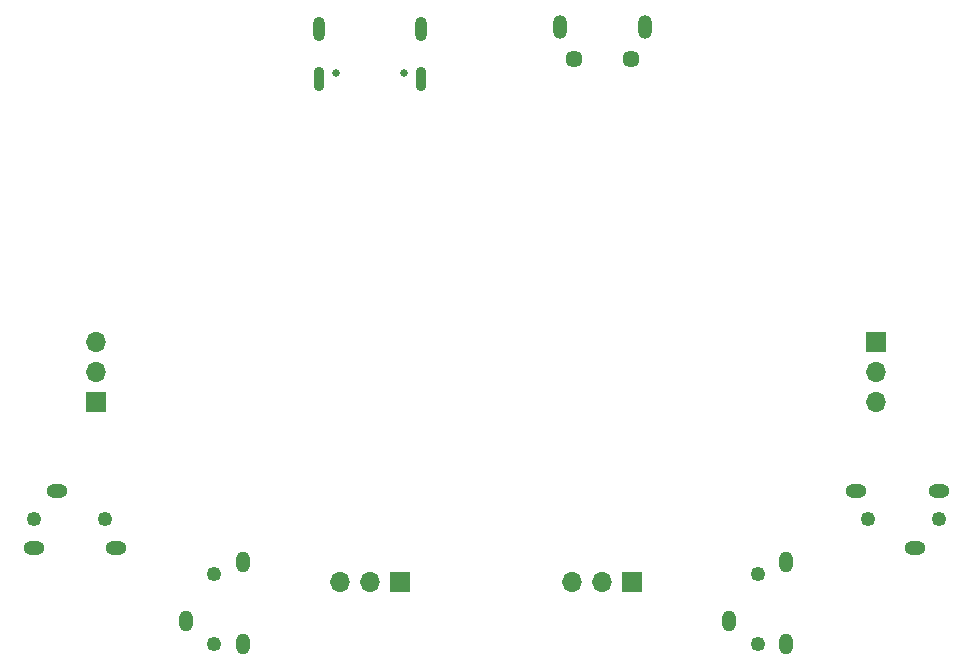
<source format=gbs>
G04 #@! TF.GenerationSoftware,KiCad,Pcbnew,6.0.4-6f826c9f35~116~ubuntu20.04.1*
G04 #@! TF.CreationDate,2022-05-15T08:48:41-07:00*
G04 #@! TF.ProjectId,ft4232h-breakout,66743432-3332-4682-9d62-7265616b6f75,rev?*
G04 #@! TF.SameCoordinates,Original*
G04 #@! TF.FileFunction,Soldermask,Bot*
G04 #@! TF.FilePolarity,Negative*
%FSLAX46Y46*%
G04 Gerber Fmt 4.6, Leading zero omitted, Abs format (unit mm)*
G04 Created by KiCad (PCBNEW 6.0.4-6f826c9f35~116~ubuntu20.04.1) date 2022-05-15 08:48:41*
%MOMM*%
%LPD*%
G01*
G04 APERTURE LIST*
%ADD10R,1.700000X1.700000*%
%ADD11O,1.700000X1.700000*%
%ADD12C,1.450000*%
%ADD13O,1.200000X2.000000*%
%ADD14C,1.250000*%
%ADD15O,1.199896X1.799996*%
%ADD16O,1.799996X1.199896*%
%ADD17C,0.650000*%
%ADD18O,1.000000X2.100000*%
%ADD19O,0.900000X2.100000*%
G04 APERTURE END LIST*
D10*
X92695000Y-120300000D03*
D11*
X90155000Y-120300000D03*
X87615000Y-120300000D03*
D12*
X107405000Y-76020000D03*
D13*
X113430000Y-73370000D03*
X106230000Y-73370000D03*
D12*
X112255000Y-76020000D03*
D10*
X67000000Y-105080000D03*
D11*
X67000000Y-102540000D03*
X67000000Y-100000000D03*
D14*
X77000000Y-119600000D03*
X77000000Y-125600000D03*
D15*
X74600000Y-123600000D03*
X79400000Y-125600000D03*
X79400000Y-118600000D03*
D14*
X123000000Y-119600000D03*
X123000000Y-125600000D03*
D15*
X120600000Y-123600000D03*
X125400000Y-125600000D03*
X125400000Y-118600000D03*
D10*
X112385000Y-120300000D03*
D11*
X109845000Y-120300000D03*
X107305000Y-120300000D03*
D14*
X61700000Y-115000000D03*
X67700000Y-115000000D03*
D16*
X63700000Y-112600000D03*
X61700000Y-117400000D03*
X68700000Y-117400000D03*
D17*
X93060000Y-77210000D03*
X87280000Y-77210000D03*
D18*
X85850000Y-73530000D03*
X94490000Y-73530000D03*
D19*
X85850000Y-77710000D03*
X94490000Y-77710000D03*
D14*
X132300000Y-115000000D03*
X138300000Y-115000000D03*
D16*
X136300000Y-117400000D03*
X138300000Y-112600000D03*
X131300000Y-112600000D03*
D10*
X133000000Y-100000000D03*
D11*
X133000000Y-102540000D03*
X133000000Y-105080000D03*
M02*

</source>
